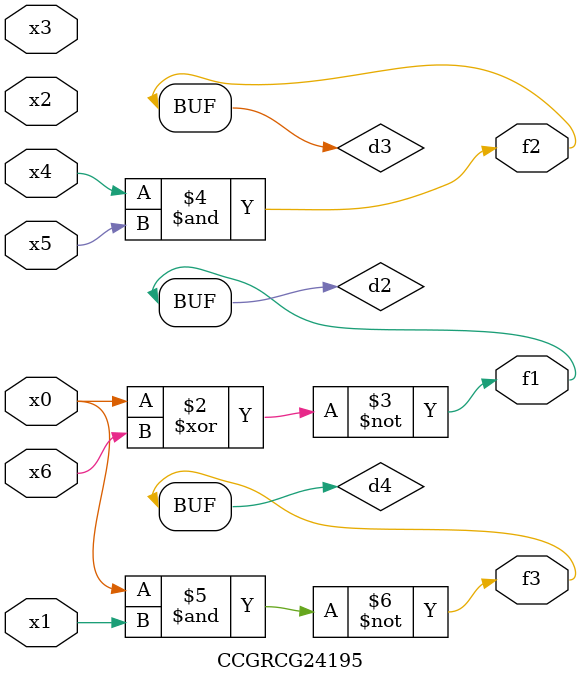
<source format=v>
module CCGRCG24195(
	input x0, x1, x2, x3, x4, x5, x6,
	output f1, f2, f3
);

	wire d1, d2, d3, d4;

	nor (d1, x0);
	xnor (d2, x0, x6);
	and (d3, x4, x5);
	nand (d4, x0, x1);
	assign f1 = d2;
	assign f2 = d3;
	assign f3 = d4;
endmodule

</source>
